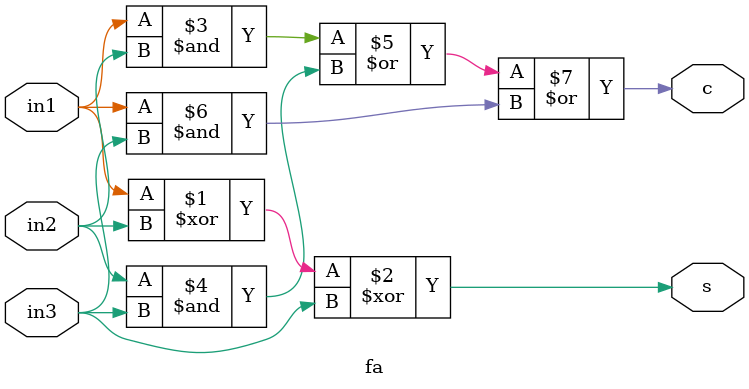
<source format=v>
module fa (
    input  in1,
    input  in2,
    input  in3,
    output s,
    output c
);

    // assign {c, s} = in1 + in2 + in3;
    assign s = in1 ^ in2 ^ in3;  
    assign c = (in1 & in2) | (in2 & in3) | (in1 & in3); 

endmodule  
</source>
